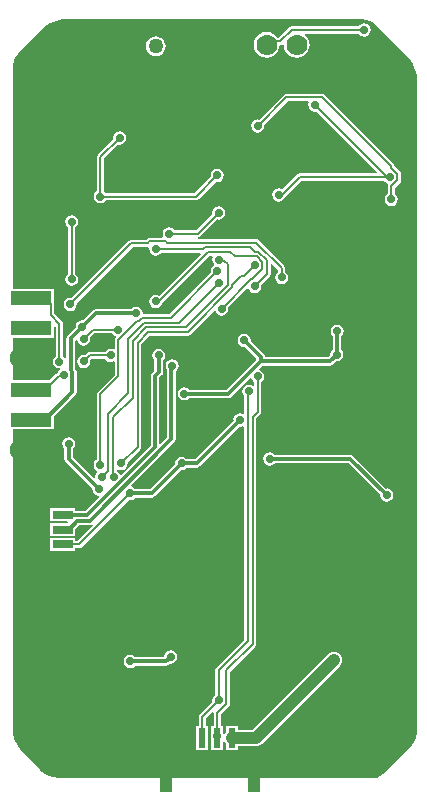
<source format=gbl>
G04*
G04 #@! TF.GenerationSoftware,Altium Limited,Altium Designer,19.1.8 (144)*
G04*
G04 Layer_Physical_Order=2*
G04 Layer_Color=16711680*
%FSLAX44Y44*%
%MOMM*%
G71*
G01*
G75*
%ADD12C,0.2000*%
%ADD96C,1.2700*%
%ADD100C,1.0000*%
%ADD106C,0.4000*%
%ADD107C,0.3000*%
%ADD110C,1.7780*%
%ADD111C,0.4000*%
%ADD112C,0.7000*%
G04:AMPARAMS|DCode=113|XSize=1.2mm|YSize=3.5mm|CornerRadius=0.3mm|HoleSize=0mm|Usage=FLASHONLY|Rotation=90.000|XOffset=0mm|YOffset=0mm|HoleType=Round|Shape=RoundedRectangle|*
%AMROUNDEDRECTD113*
21,1,1.2000,2.9000,0,0,90.0*
21,1,0.6000,3.5000,0,0,90.0*
1,1,0.6000,1.4500,0.3000*
1,1,0.6000,1.4500,-0.3000*
1,1,0.6000,-1.4500,-0.3000*
1,1,0.6000,-1.4500,0.3000*
%
%ADD113ROUNDEDRECTD113*%
%ADD114R,3.5000X1.2000*%
%ADD115R,1.0000X2.7000*%
%ADD116R,0.6000X1.7000*%
%ADD117R,1.7000X0.7000*%
G36*
X1719464Y1130737D02*
X1723409Y1129102D01*
X1726960Y1126730D01*
X1728470Y1125220D01*
X1754050Y1099640D01*
X1754050Y1099640D01*
X1755819Y1097870D01*
X1758599Y1093710D01*
X1760514Y1089088D01*
X1761490Y1084181D01*
Y1081679D01*
Y529680D01*
Y527545D01*
X1760657Y523356D01*
X1759023Y519411D01*
X1756650Y515860D01*
X1755140Y514350D01*
X1734230Y493440D01*
X1733162Y492372D01*
X1730652Y490695D01*
X1727862Y489539D01*
X1724900Y488950D01*
X1458359D01*
X1453452Y489926D01*
X1448830Y491841D01*
X1444669Y494621D01*
X1442901Y496390D01*
X1427299Y511991D01*
X1425531Y513759D01*
X1422751Y517920D01*
X1420836Y522542D01*
X1419860Y527449D01*
Y529951D01*
Y784480D01*
X1454600D01*
Y795433D01*
X1472563Y813397D01*
X1473337Y814554D01*
X1473609Y815920D01*
Y833480D01*
X1473337Y834845D01*
X1472563Y836003D01*
X1472119Y836448D01*
Y859614D01*
X1472928Y860273D01*
X1474182Y859853D01*
X1474369Y858914D01*
X1475585Y857095D01*
X1477404Y855879D01*
X1479550Y855452D01*
X1481696Y855879D01*
X1483515Y857095D01*
X1484731Y858914D01*
X1485158Y861060D01*
X1484945Y862129D01*
X1488725Y865910D01*
X1503901D01*
X1504506Y865003D01*
X1506326Y863788D01*
X1506532Y863746D01*
X1506901Y862531D01*
X1506747Y862377D01*
X1506084Y861385D01*
X1505851Y860214D01*
X1505851Y860214D01*
Y852753D01*
X1504731Y852154D01*
X1504556Y852271D01*
X1502410Y852698D01*
X1500264Y852271D01*
X1498445Y851055D01*
X1497839Y850149D01*
X1484630D01*
X1484630Y850149D01*
X1483459Y849916D01*
X1482467Y849253D01*
X1482467Y849253D01*
X1480619Y847405D01*
X1479550Y847618D01*
X1477404Y847191D01*
X1475585Y845975D01*
X1474369Y844156D01*
X1473942Y842010D01*
X1474369Y839864D01*
X1475585Y838045D01*
X1477404Y836829D01*
X1479550Y836402D01*
X1481696Y836829D01*
X1483515Y838045D01*
X1484731Y839864D01*
X1485158Y842010D01*
X1484945Y843079D01*
X1485897Y844031D01*
X1497839D01*
X1498445Y843125D01*
X1500264Y841909D01*
X1502410Y841482D01*
X1504556Y841909D01*
X1504731Y842026D01*
X1505851Y841428D01*
Y830727D01*
X1491357Y816233D01*
X1490694Y815240D01*
X1490461Y814070D01*
X1490461Y814070D01*
Y758951D01*
X1489555Y758345D01*
X1488339Y756526D01*
X1487912Y754380D01*
X1488339Y752234D01*
X1489555Y750415D01*
X1490715Y749639D01*
X1490824Y748189D01*
X1490811Y748164D01*
X1489609Y746366D01*
X1489182Y744220D01*
X1489244Y743909D01*
X1488074Y743283D01*
X1470419Y760938D01*
Y767930D01*
X1470815Y768195D01*
X1472031Y770014D01*
X1472458Y772160D01*
X1472031Y774306D01*
X1470815Y776125D01*
X1468996Y777341D01*
X1466850Y777768D01*
X1464704Y777341D01*
X1462885Y776125D01*
X1461669Y774306D01*
X1461242Y772160D01*
X1461669Y770014D01*
X1462885Y768195D01*
X1463281Y767930D01*
Y759460D01*
X1463553Y758094D01*
X1464327Y756937D01*
X1486735Y734528D01*
X1486642Y734060D01*
X1487069Y731914D01*
X1488285Y730095D01*
X1490104Y728879D01*
X1492250Y728452D01*
X1492862Y727279D01*
X1481221Y715639D01*
X1472270D01*
Y717570D01*
X1451270D01*
Y706570D01*
X1465786D01*
X1466464Y705300D01*
X1466311Y705070D01*
X1451270D01*
Y694070D01*
X1472270D01*
Y700023D01*
X1475748Y703501D01*
X1484771D01*
X1486136Y703773D01*
X1486694Y704146D01*
X1487504Y703159D01*
X1474473Y690129D01*
X1472270D01*
Y692570D01*
X1451270D01*
Y681570D01*
X1472270D01*
Y684011D01*
X1475740D01*
X1475740Y684011D01*
X1476911Y684244D01*
X1477903Y684907D01*
X1517851Y724855D01*
X1518920Y724642D01*
X1521066Y725069D01*
X1522885Y726285D01*
X1523150Y726681D01*
X1537090D01*
X1538456Y726953D01*
X1539613Y727727D01*
X1562022Y750135D01*
X1562490Y750042D01*
X1564636Y750469D01*
X1566455Y751685D01*
X1566720Y752081D01*
X1575190D01*
X1576556Y752353D01*
X1577713Y753127D01*
X1611552Y786965D01*
X1612020Y786872D01*
X1614166Y787299D01*
X1614341Y787416D01*
X1615461Y786817D01*
Y606517D01*
X1591687Y582743D01*
X1591024Y581750D01*
X1590791Y580580D01*
X1590791Y580580D01*
Y559561D01*
X1589885Y558955D01*
X1588669Y557136D01*
X1588242Y554990D01*
X1588455Y553921D01*
X1577917Y543383D01*
X1577254Y542391D01*
X1577021Y541220D01*
X1577021Y541220D01*
Y533740D01*
X1575080D01*
Y512740D01*
X1585080D01*
Y533740D01*
X1583139D01*
Y539953D01*
X1588354Y545168D01*
X1589524Y544542D01*
X1589521Y544528D01*
X1589521Y544528D01*
Y533740D01*
X1587580D01*
Y526927D01*
X1587399Y526656D01*
X1586972Y524510D01*
X1587399Y522364D01*
X1587580Y522093D01*
Y512740D01*
X1597580D01*
Y519736D01*
X1598850Y519989D01*
X1598965Y519710D01*
X1600080Y518257D01*
Y512740D01*
X1610080D01*
Y516180D01*
X1625600D01*
X1627427Y516420D01*
X1629130Y517126D01*
X1630592Y518248D01*
X1696355Y584010D01*
X1697477Y585472D01*
X1698183Y587175D01*
X1698423Y589003D01*
X1698183Y590830D01*
X1697477Y592533D01*
X1696355Y593995D01*
X1694893Y595117D01*
X1693190Y595822D01*
X1691363Y596063D01*
X1689535Y595822D01*
X1687832Y595117D01*
X1686370Y593995D01*
X1622675Y530300D01*
X1610080D01*
Y533740D01*
X1600080D01*
Y528223D01*
X1599019Y526840D01*
X1598801Y526808D01*
X1597580Y527579D01*
Y533740D01*
X1595639D01*
Y543261D01*
X1602513Y550135D01*
X1602513Y550135D01*
X1603176Y551127D01*
X1603409Y552298D01*
Y579273D01*
X1624683Y600547D01*
X1624683Y600547D01*
X1625346Y601539D01*
X1625579Y602710D01*
X1625579Y602710D01*
Y793905D01*
X1629033Y797359D01*
X1629033Y797359D01*
X1629696Y798352D01*
X1629929Y799522D01*
Y824739D01*
X1630835Y825345D01*
X1632051Y827164D01*
X1632478Y829310D01*
X1632051Y831456D01*
X1630835Y833275D01*
X1629016Y834491D01*
X1628604Y834573D01*
X1628235Y835788D01*
X1630888Y838441D01*
X1688084D01*
X1689450Y838713D01*
X1690607Y839487D01*
X1693458Y842337D01*
X1693926Y842244D01*
X1696072Y842671D01*
X1697891Y843887D01*
X1699107Y845706D01*
X1699534Y847852D01*
X1699107Y849998D01*
X1697891Y851817D01*
X1697749Y851913D01*
Y863180D01*
X1698145Y863445D01*
X1699361Y865264D01*
X1699788Y867410D01*
X1699361Y869556D01*
X1698145Y871375D01*
X1696326Y872591D01*
X1694180Y873018D01*
X1692034Y872591D01*
X1690215Y871375D01*
X1688999Y869556D01*
X1688572Y867410D01*
X1688999Y865264D01*
X1690215Y863445D01*
X1690611Y863180D01*
Y852252D01*
X1689961Y851817D01*
X1688745Y849998D01*
X1688318Y847852D01*
X1688411Y847384D01*
X1686606Y845579D01*
X1632979D01*
Y845820D01*
X1632707Y847186D01*
X1631933Y848343D01*
X1620955Y859322D01*
X1621048Y859790D01*
X1620621Y861936D01*
X1619405Y863755D01*
X1617586Y864971D01*
X1615440Y865398D01*
X1613294Y864971D01*
X1611475Y863755D01*
X1610259Y861936D01*
X1609832Y859790D01*
X1610259Y857644D01*
X1611475Y855825D01*
X1613294Y854609D01*
X1615440Y854182D01*
X1615908Y854275D01*
X1625841Y844342D01*
Y843488D01*
X1600602Y818249D01*
X1569090D01*
X1568825Y818645D01*
X1567006Y819861D01*
X1564860Y820288D01*
X1562714Y819861D01*
X1560895Y818645D01*
X1559679Y816826D01*
X1559252Y814680D01*
X1559679Y812534D01*
X1560895Y810715D01*
X1562714Y809499D01*
X1564860Y809072D01*
X1567006Y809499D01*
X1568825Y810715D01*
X1569090Y811111D01*
X1602080D01*
X1603446Y811383D01*
X1604603Y812157D01*
X1620392Y827945D01*
X1621607Y827576D01*
X1621689Y827164D01*
X1622905Y825345D01*
X1623811Y824739D01*
Y821704D01*
X1622541Y821026D01*
X1621396Y821791D01*
X1619250Y822218D01*
X1617104Y821791D01*
X1615285Y820575D01*
X1614069Y818756D01*
X1613642Y816610D01*
X1614069Y814464D01*
X1615285Y812645D01*
X1615461Y812527D01*
Y798142D01*
X1614341Y797544D01*
X1614166Y797661D01*
X1612020Y798088D01*
X1609874Y797661D01*
X1608055Y796445D01*
X1606839Y794626D01*
X1606412Y792480D01*
X1606505Y792012D01*
X1573712Y759219D01*
X1566720D01*
X1566455Y759615D01*
X1564636Y760831D01*
X1562490Y761258D01*
X1560344Y760831D01*
X1558525Y759615D01*
X1557309Y757796D01*
X1556882Y755650D01*
X1556975Y755182D01*
X1535612Y733819D01*
X1523150D01*
X1522885Y734215D01*
X1521066Y735431D01*
X1520155Y735612D01*
X1519737Y736990D01*
X1556383Y773636D01*
X1557157Y774794D01*
X1557429Y776160D01*
Y833555D01*
X1558445Y834235D01*
X1559661Y836054D01*
X1560088Y838200D01*
X1559661Y840346D01*
X1558445Y842165D01*
X1556626Y843381D01*
X1554480Y843808D01*
X1552334Y843381D01*
X1550515Y842165D01*
X1549299Y840346D01*
X1548872Y838200D01*
X1549299Y836054D01*
X1550291Y834569D01*
Y777638D01*
X1544602Y771948D01*
X1543429Y772434D01*
Y828191D01*
X1545573Y830336D01*
X1546347Y831494D01*
X1546619Y832859D01*
Y842860D01*
X1547015Y843125D01*
X1548231Y844944D01*
X1548658Y847090D01*
X1548231Y849236D01*
X1547015Y851055D01*
X1545196Y852271D01*
X1543050Y852698D01*
X1540904Y852271D01*
X1539085Y851055D01*
X1537869Y849236D01*
X1537442Y847090D01*
X1537869Y844944D01*
X1539085Y843125D01*
X1539481Y842860D01*
Y834338D01*
X1537337Y832193D01*
X1536563Y831035D01*
X1536291Y829669D01*
Y770709D01*
X1511385Y745802D01*
X1510170Y746171D01*
X1510131Y746366D01*
X1508915Y748185D01*
X1507967Y748819D01*
X1507993Y749950D01*
X1509075Y750522D01*
X1509154Y750469D01*
X1511300Y750042D01*
X1513446Y750469D01*
X1515265Y751685D01*
X1516481Y753504D01*
X1516908Y755650D01*
X1516695Y756719D01*
X1527433Y767457D01*
X1527433Y767457D01*
X1528096Y768449D01*
X1528329Y769620D01*
Y856490D01*
X1535620Y863781D01*
X1567578D01*
X1567578Y863781D01*
X1568748Y864014D01*
X1569740Y864677D01*
X1589953Y884889D01*
X1591168Y884521D01*
X1591209Y884314D01*
X1592425Y882495D01*
X1594244Y881279D01*
X1596390Y880852D01*
X1598536Y881279D01*
X1600355Y882495D01*
X1601571Y884314D01*
X1601998Y886460D01*
X1601735Y887782D01*
X1617893Y903939D01*
X1619108Y903571D01*
X1619149Y903364D01*
X1620365Y901545D01*
X1622184Y900329D01*
X1624330Y899902D01*
X1626476Y900329D01*
X1628295Y901545D01*
X1629511Y903364D01*
X1629938Y905510D01*
X1629725Y906579D01*
X1636993Y913847D01*
X1637656Y914839D01*
X1637889Y916010D01*
Y924252D01*
X1639062Y924738D01*
X1644131Y919669D01*
Y917701D01*
X1643225Y917095D01*
X1642009Y915276D01*
X1641582Y913130D01*
X1642009Y910984D01*
X1643225Y909165D01*
X1645044Y907949D01*
X1647190Y907522D01*
X1649336Y907949D01*
X1651155Y909165D01*
X1652371Y910984D01*
X1652798Y913130D01*
X1652371Y915276D01*
X1651155Y917095D01*
X1650249Y917701D01*
Y920936D01*
X1650016Y922107D01*
X1649353Y923099D01*
X1627609Y944843D01*
X1626617Y945506D01*
X1625446Y945739D01*
X1625446Y945739D01*
X1576736D01*
X1576611Y947009D01*
X1577240Y947134D01*
X1578233Y947797D01*
X1592781Y962345D01*
X1593850Y962132D01*
X1595996Y962559D01*
X1597815Y963775D01*
X1599031Y965594D01*
X1599458Y967740D01*
X1599031Y969886D01*
X1597815Y971705D01*
X1595996Y972921D01*
X1593850Y973348D01*
X1591704Y972921D01*
X1589885Y971705D01*
X1588669Y969886D01*
X1588242Y967740D01*
X1588455Y966671D01*
X1574803Y953019D01*
X1556511D01*
X1555905Y953925D01*
X1554086Y955141D01*
X1551940Y955568D01*
X1549794Y955141D01*
X1547975Y953925D01*
X1546759Y952106D01*
X1546332Y949960D01*
X1546705Y948089D01*
X1546013Y946819D01*
X1535279D01*
X1534108Y946586D01*
X1533116Y945923D01*
X1533116Y945923D01*
X1532442Y945249D01*
X1520040D01*
X1518869Y945016D01*
X1517877Y944353D01*
X1517877Y944353D01*
X1469189Y895665D01*
X1468120Y895878D01*
X1465974Y895451D01*
X1464155Y894235D01*
X1462939Y892416D01*
X1462512Y890270D01*
X1462939Y888124D01*
X1464155Y886305D01*
X1465974Y885089D01*
X1468120Y884662D01*
X1470266Y885089D01*
X1472085Y886305D01*
X1473301Y888124D01*
X1473728Y890270D01*
X1473515Y891339D01*
X1521307Y939131D01*
X1533709D01*
X1533709Y939131D01*
X1533991Y939187D01*
X1535071Y938107D01*
X1534902Y937260D01*
X1535329Y935114D01*
X1536545Y933295D01*
X1538364Y932079D01*
X1540510Y931652D01*
X1542656Y932079D01*
X1544475Y933295D01*
X1545081Y934201D01*
X1578456D01*
X1578942Y933028D01*
X1543405Y897491D01*
X1542656Y897991D01*
X1540510Y898418D01*
X1538364Y897991D01*
X1536545Y896775D01*
X1535329Y894956D01*
X1534902Y892810D01*
X1535329Y890664D01*
X1536545Y888845D01*
X1538364Y887629D01*
X1540510Y887202D01*
X1542656Y887629D01*
X1544475Y888845D01*
X1545691Y890664D01*
X1545805Y891240D01*
X1586187Y931621D01*
X1588188D01*
X1588786Y930501D01*
X1588669Y930326D01*
X1588242Y928180D01*
X1588669Y926034D01*
X1589783Y924367D01*
X1589885Y924215D01*
X1589633Y922856D01*
X1588615Y922175D01*
X1587399Y920356D01*
X1586972Y918210D01*
X1587185Y917141D01*
X1551943Y881899D01*
X1530224D01*
X1529608Y882650D01*
X1529181Y884796D01*
X1527965Y886615D01*
X1526146Y887831D01*
X1524000Y888258D01*
X1521854Y887831D01*
X1520035Y886615D01*
X1519770Y886219D01*
X1489710D01*
X1488344Y885947D01*
X1487187Y885173D01*
X1478748Y876735D01*
X1478280Y876828D01*
X1476134Y876401D01*
X1474315Y875185D01*
X1473099Y873366D01*
X1472672Y871220D01*
X1472765Y870752D01*
X1466027Y864013D01*
X1465253Y862856D01*
X1464981Y861490D01*
Y845161D01*
X1463711Y844775D01*
X1462975Y845877D01*
X1462069Y846483D01*
Y873783D01*
X1461836Y874953D01*
X1461173Y875946D01*
X1461173Y875946D01*
X1454659Y882460D01*
Y890350D01*
X1454600Y890646D01*
Y903350D01*
X1419860D01*
Y1091366D01*
Y1093074D01*
X1420526Y1096425D01*
X1421834Y1099581D01*
X1423732Y1102422D01*
X1424940Y1103630D01*
X1445441Y1124130D01*
X1445441Y1124130D01*
Y1124130D01*
X1447209Y1125900D01*
X1451370Y1128679D01*
X1455992Y1130594D01*
X1460899Y1131570D01*
X1715275D01*
X1719464Y1130737D01*
D02*
G37*
G36*
X1455951Y871393D02*
Y846483D01*
X1455045Y845877D01*
X1453829Y844058D01*
X1453402Y841912D01*
X1453829Y839766D01*
X1455045Y837947D01*
X1456864Y836731D01*
X1459010Y836304D01*
X1459595Y836421D01*
X1460091Y835224D01*
X1459075Y834545D01*
X1457859Y832726D01*
X1457830Y832580D01*
X1457173Y832449D01*
X1456180Y831786D01*
X1456180Y831786D01*
X1450274Y825880D01*
X1419860D01*
Y861950D01*
X1454600D01*
Y870768D01*
X1455870Y871447D01*
X1455951Y871393D01*
D02*
G37*
%LPC*%
G36*
X1717040Y1128288D02*
X1714894Y1127861D01*
X1713075Y1126645D01*
X1712469Y1125739D01*
X1655775D01*
X1654604Y1125506D01*
X1653612Y1124843D01*
X1653612Y1124843D01*
X1644827Y1116058D01*
X1643553D01*
X1642257Y1117747D01*
X1639982Y1119492D01*
X1637333Y1120590D01*
X1634490Y1120964D01*
X1631647Y1120590D01*
X1628998Y1119492D01*
X1626723Y1117747D01*
X1624978Y1115472D01*
X1623880Y1112823D01*
X1623506Y1109980D01*
X1623880Y1107137D01*
X1624978Y1104488D01*
X1626723Y1102213D01*
X1628998Y1100468D01*
X1631647Y1099370D01*
X1634490Y1098996D01*
X1637333Y1099370D01*
X1639982Y1100468D01*
X1642257Y1102213D01*
X1644002Y1104488D01*
X1645100Y1107137D01*
X1645349Y1109028D01*
X1646094Y1109941D01*
X1647265Y1110173D01*
X1647688Y1110456D01*
X1648336Y1110203D01*
X1648935Y1109762D01*
X1649280Y1107137D01*
X1650378Y1104488D01*
X1652123Y1102213D01*
X1654398Y1100468D01*
X1657047Y1099370D01*
X1659890Y1098996D01*
X1662733Y1099370D01*
X1665382Y1100468D01*
X1667657Y1102213D01*
X1669402Y1104488D01*
X1670500Y1107137D01*
X1670874Y1109980D01*
X1670500Y1112823D01*
X1669402Y1115472D01*
X1667657Y1117747D01*
X1666869Y1118351D01*
X1667300Y1119621D01*
X1712469D01*
X1713075Y1118715D01*
X1714894Y1117499D01*
X1717040Y1117072D01*
X1719186Y1117499D01*
X1721005Y1118715D01*
X1722221Y1120534D01*
X1722648Y1122680D01*
X1722221Y1124826D01*
X1721005Y1126645D01*
X1719186Y1127861D01*
X1717040Y1128288D01*
D02*
G37*
G36*
X1540510Y1117132D02*
X1538330Y1116845D01*
X1536299Y1116004D01*
X1534555Y1114665D01*
X1533216Y1112921D01*
X1532375Y1110890D01*
X1532088Y1108710D01*
X1532375Y1106530D01*
X1533216Y1104499D01*
X1534555Y1102755D01*
X1536299Y1101416D01*
X1538330Y1100575D01*
X1540510Y1100288D01*
X1542690Y1100575D01*
X1544721Y1101416D01*
X1546465Y1102755D01*
X1547804Y1104499D01*
X1548645Y1106530D01*
X1548932Y1108710D01*
X1548645Y1110890D01*
X1547804Y1112921D01*
X1546465Y1114665D01*
X1544721Y1116004D01*
X1542690Y1116845D01*
X1540510Y1117132D01*
D02*
G37*
G36*
X1510030Y1036848D02*
X1507884Y1036421D01*
X1506065Y1035205D01*
X1504849Y1033386D01*
X1504422Y1031240D01*
X1504635Y1030171D01*
X1491357Y1016893D01*
X1490694Y1015900D01*
X1490461Y1014730D01*
X1490461Y1014730D01*
Y986141D01*
X1489555Y985535D01*
X1488339Y983716D01*
X1487912Y981570D01*
X1488339Y979424D01*
X1489555Y977605D01*
X1491374Y976389D01*
X1493520Y975962D01*
X1495666Y976389D01*
X1497485Y977605D01*
X1498091Y978511D01*
X1574660D01*
X1574660Y978511D01*
X1575831Y978744D01*
X1576823Y979407D01*
X1591511Y994095D01*
X1592580Y993882D01*
X1594726Y994309D01*
X1596545Y995525D01*
X1597761Y997344D01*
X1598188Y999490D01*
X1597761Y1001636D01*
X1596545Y1003455D01*
X1594726Y1004671D01*
X1592580Y1005098D01*
X1590434Y1004671D01*
X1588615Y1003455D01*
X1587399Y1001636D01*
X1586972Y999490D01*
X1587185Y998421D01*
X1573393Y984629D01*
X1498091D01*
X1497485Y985535D01*
X1496579Y986141D01*
Y1013463D01*
X1508961Y1025845D01*
X1510030Y1025632D01*
X1512176Y1026059D01*
X1513995Y1027275D01*
X1515211Y1029094D01*
X1515638Y1031240D01*
X1515211Y1033386D01*
X1513995Y1035205D01*
X1512176Y1036421D01*
X1510030Y1036848D01*
D02*
G37*
G36*
X1681330Y1068739D02*
X1681330Y1068739D01*
X1651150D01*
X1649980Y1068506D01*
X1648987Y1067843D01*
X1648987Y1067843D01*
X1627939Y1046795D01*
X1626870Y1047008D01*
X1624724Y1046581D01*
X1622905Y1045365D01*
X1621689Y1043546D01*
X1621262Y1041400D01*
X1621689Y1039254D01*
X1622905Y1037435D01*
X1624724Y1036219D01*
X1626870Y1035792D01*
X1629016Y1036219D01*
X1630835Y1037435D01*
X1632051Y1039254D01*
X1632478Y1041400D01*
X1632265Y1042469D01*
X1652417Y1062621D01*
X1669467D01*
X1670066Y1061501D01*
X1669949Y1061326D01*
X1669522Y1059180D01*
X1669949Y1057034D01*
X1671165Y1055215D01*
X1672984Y1053999D01*
X1675130Y1053572D01*
X1676199Y1053785D01*
X1727532Y1002452D01*
X1727046Y1001279D01*
X1662430D01*
X1661259Y1001046D01*
X1660267Y1000383D01*
X1647545Y987661D01*
X1646796Y988161D01*
X1644650Y988588D01*
X1642504Y988161D01*
X1640685Y986945D01*
X1639469Y985126D01*
X1639042Y982980D01*
X1639469Y980834D01*
X1640685Y979015D01*
X1642504Y977799D01*
X1644650Y977372D01*
X1646796Y977799D01*
X1648615Y979015D01*
X1649831Y980834D01*
X1649945Y981410D01*
X1663697Y995161D01*
X1734059D01*
X1734665Y994255D01*
X1736484Y993039D01*
X1736583Y993019D01*
X1737168Y991608D01*
X1737074Y991468D01*
X1736841Y990298D01*
X1736841Y990297D01*
Y983741D01*
X1735935Y983135D01*
X1734719Y981316D01*
X1734292Y979170D01*
X1734719Y977024D01*
X1735935Y975205D01*
X1737754Y973989D01*
X1739900Y973562D01*
X1742046Y973989D01*
X1743865Y975205D01*
X1745081Y977024D01*
X1745508Y979170D01*
X1745081Y981316D01*
X1743865Y983135D01*
X1742959Y983741D01*
Y989031D01*
X1747293Y993365D01*
X1747956Y994357D01*
X1748189Y995528D01*
Y1000912D01*
X1747956Y1002083D01*
X1747293Y1003075D01*
X1742884Y1007484D01*
X1742726Y1008280D01*
X1742063Y1009273D01*
X1742063Y1009273D01*
X1683493Y1067843D01*
X1682500Y1068506D01*
X1681330Y1068739D01*
D02*
G37*
G36*
X1469390Y965728D02*
X1467244Y965301D01*
X1465425Y964085D01*
X1464209Y962266D01*
X1463782Y960120D01*
X1464209Y957974D01*
X1465425Y956155D01*
X1466331Y955549D01*
Y916175D01*
X1465425Y915569D01*
X1464209Y913750D01*
X1463782Y911604D01*
X1464209Y909458D01*
X1465425Y907639D01*
X1467244Y906423D01*
X1469390Y905996D01*
X1471536Y906423D01*
X1473355Y907639D01*
X1474571Y909458D01*
X1474998Y911604D01*
X1474571Y913750D01*
X1473355Y915569D01*
X1472449Y916175D01*
Y955549D01*
X1473355Y956155D01*
X1474571Y957974D01*
X1474998Y960120D01*
X1474571Y962266D01*
X1473355Y964085D01*
X1471536Y965301D01*
X1469390Y965728D01*
D02*
G37*
G36*
X1637030Y765068D02*
X1634884Y764641D01*
X1633065Y763425D01*
X1631849Y761606D01*
X1631422Y759460D01*
X1631849Y757314D01*
X1633065Y755495D01*
X1634884Y754279D01*
X1637030Y753852D01*
X1639176Y754279D01*
X1640995Y755495D01*
X1641260Y755891D01*
X1704012D01*
X1730575Y729328D01*
X1730482Y728860D01*
X1730909Y726714D01*
X1732125Y724895D01*
X1733944Y723679D01*
X1736090Y723252D01*
X1738236Y723679D01*
X1740055Y724895D01*
X1741271Y726714D01*
X1741698Y728860D01*
X1741271Y731006D01*
X1740055Y732825D01*
X1738236Y734041D01*
X1736090Y734468D01*
X1735622Y734375D01*
X1708013Y761983D01*
X1706856Y762757D01*
X1705490Y763029D01*
X1641260D01*
X1640995Y763425D01*
X1639176Y764641D01*
X1637030Y765068D01*
D02*
G37*
G36*
X1553210Y597428D02*
X1551064Y597001D01*
X1549245Y595785D01*
X1548029Y593966D01*
X1547602Y591820D01*
X1547404Y591579D01*
X1523150D01*
X1522885Y591975D01*
X1521066Y593191D01*
X1518920Y593618D01*
X1516774Y593191D01*
X1514955Y591975D01*
X1513739Y590156D01*
X1513312Y588010D01*
X1513739Y585864D01*
X1514955Y584045D01*
X1516774Y582829D01*
X1518920Y582402D01*
X1521066Y582829D01*
X1522885Y584045D01*
X1523150Y584441D01*
X1549400D01*
X1550766Y584713D01*
X1551923Y585487D01*
X1552742Y586305D01*
X1553210Y586212D01*
X1555356Y586639D01*
X1557175Y587855D01*
X1558391Y589674D01*
X1558818Y591820D01*
X1558391Y593966D01*
X1557175Y595785D01*
X1555356Y597001D01*
X1553210Y597428D01*
D02*
G37*
%LPD*%
D12*
X1473050Y844702D02*
X1489408Y861060D01*
X1478168Y829310D02*
Y830775D01*
X1489408Y861060D02*
X1491360D01*
X1473050Y839318D02*
Y844702D01*
Y839318D02*
X1474540Y837828D01*
Y834403D02*
Y837828D01*
Y834403D02*
X1478168Y830775D01*
X1446600Y817880D02*
X1458343Y829623D01*
X1462083D01*
X1463040Y830580D01*
X1451600Y881193D02*
X1459010Y873783D01*
Y841912D02*
Y873783D01*
X1479550Y842010D02*
X1484630Y847090D01*
X1502410D01*
X1435100Y817880D02*
X1446600D01*
X1508910Y860214D02*
X1524845Y876150D01*
X1493520Y814070D02*
X1508910Y829460D01*
Y860214D01*
X1493520Y754380D02*
Y814070D01*
X1517270Y861071D02*
X1531039Y874840D01*
X1517270Y814960D02*
Y861071D01*
X1500020Y797710D02*
X1517270Y814960D01*
X1521270Y859414D02*
X1532696Y870840D01*
X1521270Y811207D02*
Y859414D01*
X1504800Y794737D02*
X1521270Y811207D01*
X1500020Y749450D02*
Y797710D01*
X1524845Y876150D02*
X1526692D01*
X1504800Y744370D02*
Y794737D01*
X1479550Y861060D02*
X1487458Y868968D01*
X1451600Y881193D02*
Y890350D01*
X1446600Y895350D02*
X1451600Y890350D01*
X1435100Y895350D02*
X1446600D01*
X1504800Y744370D02*
X1504950Y744220D01*
X1525270Y857757D02*
X1534353Y866840D01*
X1525270Y769620D02*
Y857757D01*
X1511300Y755650D02*
X1525270Y769620D01*
X1568137Y715967D02*
X1590040Y737870D01*
X1573217Y715967D02*
X1573530Y716280D01*
X1568137Y715967D02*
X1573217D01*
X1567180Y715010D02*
X1568137Y715967D01*
X1590040Y737870D02*
Y756920D01*
X1579880Y853440D02*
X1596692D01*
X1672590Y929338D01*
Y975360D01*
X1629020Y748420D02*
X1654810Y722630D01*
X1677670D01*
X1629020Y748420D02*
Y792480D01*
X1622520Y602710D02*
Y795172D01*
X1626870Y799522D01*
Y829310D01*
X1618520Y605250D02*
Y815880D01*
X1619250Y816610D01*
X1593850Y580580D02*
X1618520Y605250D01*
X1600350Y580540D02*
X1622520Y602710D01*
X1677670Y722630D02*
X1708930D01*
X1717430Y731130D01*
X1572260Y599440D02*
X1602500Y629680D01*
Y635240D01*
X1563520Y830730D02*
Y837080D01*
X1563370Y830580D02*
X1563520Y830730D01*
Y837080D02*
X1579880Y853440D01*
X1487458Y868968D02*
X1508472D01*
X1534353Y866840D02*
X1567578D01*
X1532696Y870840D02*
X1565832D01*
X1529382Y878840D02*
X1553210D01*
X1526692Y876150D02*
X1529382Y878840D01*
X1531039Y874840D02*
X1560640D01*
X1475740Y687070D02*
X1518920Y730250D01*
X1461770Y687070D02*
X1475740D01*
X1459543Y780023D02*
Y787087D01*
X1459230Y787400D02*
X1459543Y787087D01*
X1573530Y716280D02*
X1587500Y702310D01*
Y665240D02*
Y702310D01*
X1494790Y744220D02*
X1500020Y749450D01*
X1527810Y892810D02*
X1536700Y883920D01*
X1548002D01*
X1581022Y916940D01*
X1630830Y920598D02*
Y925982D01*
X1624330Y905510D02*
X1634830Y916010D01*
X1596390Y886762D02*
X1621638Y912010D01*
X1596390Y886460D02*
Y886762D01*
X1622242Y912010D02*
X1630830Y920598D01*
X1621638Y912010D02*
X1622242D01*
X1634830Y916010D02*
Y927639D01*
X1550028Y942680D02*
X1625446D01*
X1627598Y934871D02*
X1634830Y927639D01*
X1624481Y934871D02*
X1627598D01*
X1620672Y938680D02*
X1624481Y934871D01*
X1625446Y942680D02*
X1647190Y920936D01*
Y913130D02*
Y920936D01*
X1607335Y930871D02*
X1625941D01*
X1630830Y925982D01*
X1543050Y892810D02*
X1584920Y934680D01*
X1603526D02*
X1607335Y930871D01*
X1584920Y934680D02*
X1603526D01*
X1615692Y914652D02*
X1624330Y923290D01*
X1581978Y938680D02*
X1620672D01*
X1580558Y937260D02*
X1581978Y938680D01*
X1540510Y937260D02*
X1580558D01*
X1598807Y927223D02*
X1601470Y924560D01*
X1594807Y927223D02*
X1598807D01*
X1593850Y928180D02*
X1594807Y927223D01*
X1605470Y906970D02*
X1613152Y914652D01*
X1615692D01*
X1548948Y943760D02*
X1550028Y942680D01*
X1535279Y943760D02*
X1548948D01*
X1533709Y942190D02*
X1535279Y943760D01*
X1520040Y942190D02*
X1533709D01*
X1469390Y911604D02*
Y960120D01*
X1540510Y892810D02*
X1543050D01*
X1468120Y890270D02*
X1520040Y942190D01*
X1567578Y866840D02*
X1605470Y904732D01*
Y906970D01*
X1551940Y949960D02*
X1576070D01*
X1593850Y967740D01*
X1643078Y975360D02*
X1672590D01*
X1632778Y985659D02*
X1643078Y975360D01*
X1632778Y985659D02*
Y996508D01*
X1654810Y1018540D01*
Y1033780D01*
X1493520Y1014730D02*
X1510030Y1031240D01*
X1475740Y1034237D02*
X1508760Y1067257D01*
X1647190Y982980D02*
X1662430Y998220D01*
X1644650Y982980D02*
X1647190D01*
X1736090Y998220D02*
X1738630D01*
X1662430D02*
X1736090D01*
X1626870Y1041400D02*
X1651150Y1065680D01*
X1681330D01*
X1739900Y1007110D01*
Y990298D02*
X1745130Y995528D01*
X1739900Y1006142D02*
X1745130Y1000912D01*
X1739900Y1006142D02*
Y1007110D01*
Y979170D02*
Y990298D01*
X1745130Y995528D02*
Y1000912D01*
X1675130Y1059180D02*
X1736090Y998220D01*
X1493520Y981570D02*
Y1014730D01*
X1507490Y969010D02*
X1527810Y948690D01*
X1476912Y969010D02*
X1507490D01*
X1475740Y970182D02*
X1476912Y969010D01*
X1475740Y970182D02*
Y1034237D01*
X1508760Y1067257D02*
Y1107440D01*
X1493520Y981570D02*
X1574660D01*
X1592580Y999490D01*
X1570990Y822960D02*
X1577870D01*
X1563370Y830580D02*
X1570990Y822960D01*
X1547550Y840462D02*
X1560528Y853440D01*
X1547550Y827460D02*
Y840462D01*
X1443752Y767080D02*
X1446600D01*
X1448600Y744240D02*
X1461770Y731070D01*
X1448600Y744240D02*
Y762232D01*
X1443752Y767080D02*
X1448600Y762232D01*
X1435100Y767080D02*
X1443752D01*
X1461770Y724570D02*
Y731070D01*
X1446600Y767080D02*
X1459543Y780023D01*
X1560528Y853440D02*
X1579880D01*
X1546860Y826770D02*
X1547550Y827460D01*
X1601470Y906478D02*
Y924560D01*
X1565832Y870840D02*
X1601470Y906478D01*
X1553210Y878840D02*
X1592580Y918210D01*
X1560640Y874840D02*
X1593850Y908050D01*
Y554990D02*
Y580580D01*
X1580080Y523240D02*
Y541220D01*
X1593850Y554990D01*
X1600350Y552298D02*
Y580540D01*
X1592580Y544528D02*
X1600350Y552298D01*
X1592580Y524510D02*
Y544528D01*
X1655775Y1122680D02*
X1717040D01*
X1646094Y1112999D02*
X1655775Y1122680D01*
X1637509Y1112999D02*
X1646094D01*
X1634490Y1109980D02*
X1637509Y1112999D01*
D96*
X1540510Y1108710D02*
D03*
X1508760Y1107440D02*
D03*
D100*
X1625600Y523240D02*
X1691363Y589003D01*
X1605080Y523240D02*
X1625600D01*
D106*
X1490860Y601710D02*
X1569990D01*
X1572260Y599440D01*
X1549080Y491240D02*
X1566580Y508740D01*
Y522240D01*
X1567580Y523240D01*
X1624330Y554990D02*
X1639490Y570150D01*
Y599360D01*
D107*
X1446600Y792480D02*
X1470040Y815920D01*
X1468550Y861490D02*
X1478280Y871220D01*
X1468550Y834969D02*
Y861490D01*
Y834969D02*
X1470040Y833480D01*
Y815920D02*
Y833480D01*
X1478280Y871220D02*
X1489710Y882650D01*
X1602080Y814680D02*
X1629410Y842010D01*
X1564860Y814680D02*
X1602080D01*
X1637030Y759460D02*
X1705490D01*
X1562490Y755650D02*
X1575190D01*
X1612020Y792480D01*
X1435100D02*
X1446600D01*
X1629410Y842010D02*
Y845820D01*
X1615440Y859790D02*
X1629410Y845820D01*
X1489710Y882650D02*
X1524000D01*
X1518920Y730250D02*
X1537090D01*
X1562490Y755650D01*
X1466850Y759460D02*
Y772160D01*
Y759460D02*
X1492250Y734060D01*
X1705490Y759460D02*
X1736090Y728860D01*
X1629410Y842010D02*
X1688084D01*
X1693926Y847852D01*
X1482699Y712070D02*
X1539860Y769230D01*
X1484771Y707070D02*
X1553860Y776160D01*
X1693926Y847852D02*
X1694180Y848106D01*
Y867410D01*
X1553860Y837580D02*
X1554480Y838200D01*
X1543050Y832859D02*
Y847090D01*
X1539860Y829669D02*
X1543050Y832859D01*
X1553860Y776160D02*
Y837580D01*
X1539860Y769230D02*
Y829669D01*
X1461770Y712070D02*
X1482699D01*
X1474270Y707070D02*
X1484771D01*
X1466770Y699570D02*
X1474270Y707070D01*
X1461770Y699570D02*
X1466770D01*
X1518920Y588010D02*
X1549400D01*
X1553210Y591820D01*
D110*
X1634490Y1109980D02*
D03*
X1659890D02*
D03*
D111*
X1587500Y635240D02*
D03*
X1602500D02*
D03*
Y665240D02*
D03*
X1587500D02*
D03*
Y650240D02*
D03*
X1602500D02*
D03*
D112*
X1750001Y1080001D02*
D03*
X1740001Y1060001D02*
D03*
X1750001Y1040001D02*
D03*
X1740001Y1020001D02*
D03*
Y820000D02*
D03*
X1750001Y800000D02*
D03*
X1740001Y780000D02*
D03*
X1750001Y760000D02*
D03*
X1740001Y740000D02*
D03*
Y700000D02*
D03*
Y660000D02*
D03*
Y620000D02*
D03*
Y580000D02*
D03*
X1750001Y560000D02*
D03*
X1740001Y540000D02*
D03*
X1750001Y520000D02*
D03*
X1730001Y1080001D02*
D03*
Y1040001D02*
D03*
X1720001Y900001D02*
D03*
Y820000D02*
D03*
X1730001Y800000D02*
D03*
X1720001Y780000D02*
D03*
Y700000D02*
D03*
X1730001Y560000D02*
D03*
X1720001Y540000D02*
D03*
X1730001Y520000D02*
D03*
X1720001Y500000D02*
D03*
X1700001Y1020001D02*
D03*
X1710001Y560000D02*
D03*
X1700001Y540000D02*
D03*
X1710001Y520000D02*
D03*
X1700001Y500000D02*
D03*
X1690001Y880001D02*
D03*
X1680001Y820000D02*
D03*
X1690001Y800000D02*
D03*
X1680001Y740000D02*
D03*
Y700000D02*
D03*
Y660000D02*
D03*
X1690001Y560000D02*
D03*
X1680001Y540000D02*
D03*
X1690001Y520000D02*
D03*
X1680001Y500000D02*
D03*
X1670001Y1080001D02*
D03*
Y960001D02*
D03*
Y880001D02*
D03*
X1660001Y860001D02*
D03*
Y700000D02*
D03*
X1670001Y680000D02*
D03*
Y640000D02*
D03*
X1660001Y540000D02*
D03*
X1670001Y520000D02*
D03*
X1640001Y940001D02*
D03*
Y900001D02*
D03*
X1650001Y880001D02*
D03*
X1640001Y700000D02*
D03*
X1650001Y640000D02*
D03*
Y600000D02*
D03*
X1620001Y1100001D02*
D03*
X1630001Y1080001D02*
D03*
X1620001Y1060001D02*
D03*
X1630001Y1000001D02*
D03*
Y960001D02*
D03*
Y880001D02*
D03*
X1620001Y580000D02*
D03*
X1610001Y1120001D02*
D03*
X1600001Y1100001D02*
D03*
X1610001Y1080001D02*
D03*
X1600001Y1060001D02*
D03*
X1610001Y1040001D02*
D03*
Y1000001D02*
D03*
Y960001D02*
D03*
X1600001Y860001D02*
D03*
Y740000D02*
D03*
Y700000D02*
D03*
Y500000D02*
D03*
X1590001Y1120001D02*
D03*
X1580001Y1100001D02*
D03*
X1590001Y800000D02*
D03*
Y720000D02*
D03*
X1580001Y580000D02*
D03*
Y500000D02*
D03*
X1570001Y1120001D02*
D03*
X1560001Y1100001D02*
D03*
X1570001Y1080001D02*
D03*
X1560001Y620000D02*
D03*
Y580000D02*
D03*
X1550001Y1120001D02*
D03*
Y1000001D02*
D03*
Y960001D02*
D03*
X1540001Y620000D02*
D03*
X1550001Y520000D02*
D03*
X1530001Y1120001D02*
D03*
Y1000001D02*
D03*
Y960001D02*
D03*
Y720000D02*
D03*
Y560000D02*
D03*
X1520001Y540000D02*
D03*
X1510001Y1120001D02*
D03*
Y1080001D02*
D03*
Y960001D02*
D03*
Y920001D02*
D03*
X1500001Y700000D02*
D03*
Y660000D02*
D03*
Y580000D02*
D03*
X1510001Y560000D02*
D03*
X1500001Y540000D02*
D03*
X1510001Y520000D02*
D03*
X1500001Y500000D02*
D03*
X1490001Y1120001D02*
D03*
X1480001Y1100001D02*
D03*
X1490001Y1080001D02*
D03*
X1480001Y1060001D02*
D03*
Y1020001D02*
D03*
Y980001D02*
D03*
Y580000D02*
D03*
X1490001Y560000D02*
D03*
X1480001Y540000D02*
D03*
X1490001Y520000D02*
D03*
X1480001Y500000D02*
D03*
X1470001Y1120001D02*
D03*
X1460001Y1100001D02*
D03*
X1470001Y1080001D02*
D03*
X1460001Y1060001D02*
D03*
X1470001Y1040001D02*
D03*
X1460001Y1020001D02*
D03*
Y980001D02*
D03*
X1470001Y880001D02*
D03*
X1460001Y740000D02*
D03*
Y660000D02*
D03*
Y620000D02*
D03*
Y580000D02*
D03*
X1470001Y560000D02*
D03*
X1460001Y540000D02*
D03*
X1470001Y520000D02*
D03*
X1460001Y500000D02*
D03*
X1440001Y1100001D02*
D03*
X1450001Y1040001D02*
D03*
X1440001Y1020001D02*
D03*
Y980001D02*
D03*
X1450001Y960001D02*
D03*
X1440001Y740000D02*
D03*
Y700000D02*
D03*
Y660000D02*
D03*
X1450001Y640000D02*
D03*
X1440001Y620000D02*
D03*
X1450001Y600000D02*
D03*
X1440001Y580000D02*
D03*
X1450001Y560000D02*
D03*
X1440001Y540000D02*
D03*
X1450001Y520000D02*
D03*
X1491360Y861060D02*
D03*
X1479550Y842010D02*
D03*
X1463040Y830580D02*
D03*
X1459010Y841912D02*
D03*
X1502410Y847090D02*
D03*
X1479550Y861060D02*
D03*
X1590040Y756920D02*
D03*
X1629020Y792480D02*
D03*
X1677670Y722630D02*
D03*
X1717430Y731130D02*
D03*
X1431680Y767080D02*
D03*
X1508472Y868968D02*
D03*
X1637030Y759460D02*
D03*
X1612020Y792480D02*
D03*
X1615440Y859790D02*
D03*
X1524000Y882650D02*
D03*
X1478280Y871220D02*
D03*
X1562490Y755650D02*
D03*
X1518920Y730250D02*
D03*
X1459230Y787400D02*
D03*
X1466850Y772160D02*
D03*
X1492250Y734060D02*
D03*
X1736090Y728860D02*
D03*
X1567180Y715010D02*
D03*
X1564860Y814680D02*
D03*
X1504950Y744220D02*
D03*
X1511300Y755650D02*
D03*
X1493520Y754380D02*
D03*
X1436370Y871220D02*
D03*
X1527810Y892810D02*
D03*
X1581022Y916940D02*
D03*
X1624330Y905510D02*
D03*
Y923290D02*
D03*
X1593850Y928180D02*
D03*
X1540510Y937260D02*
D03*
X1469390Y911604D02*
D03*
X1540510Y892810D02*
D03*
X1596390Y886460D02*
D03*
X1551940Y949960D02*
D03*
X1593850Y967740D02*
D03*
X1694180Y867410D02*
D03*
X1693926Y847852D02*
D03*
X1672590Y975360D02*
D03*
X1654810Y1033780D02*
D03*
X1510030Y1031240D02*
D03*
X1644650Y982980D02*
D03*
X1738630Y998220D02*
D03*
X1675130Y1059180D02*
D03*
X1739900Y979170D02*
D03*
X1626870Y1041400D02*
D03*
X1527810Y948690D02*
D03*
X1592580Y999490D02*
D03*
X1493520Y981570D02*
D03*
X1563370Y830580D02*
D03*
X1577870Y822960D02*
D03*
X1554480Y838200D02*
D03*
X1543050Y847090D02*
D03*
X1432950Y848630D02*
D03*
X1579880Y853440D02*
D03*
X1546860Y826770D02*
D03*
X1593850Y908050D02*
D03*
X1494790Y744220D02*
D03*
X1592580Y918210D02*
D03*
X1518920Y588010D02*
D03*
X1490860Y601710D02*
D03*
X1553210Y591820D02*
D03*
X1572260Y599440D02*
D03*
X1691363Y589003D02*
D03*
X1549080Y491240D02*
D03*
X1623580D02*
D03*
X1624330Y554990D02*
D03*
X1639490Y599360D02*
D03*
X1619250Y816610D02*
D03*
X1593850Y554990D02*
D03*
X1626870Y829310D02*
D03*
X1592580Y524510D02*
D03*
X1469390Y960120D02*
D03*
X1647190Y913130D02*
D03*
X1468120Y890270D02*
D03*
X1717040Y1122680D02*
D03*
D113*
X1435100Y844550D02*
D03*
Y767080D02*
D03*
D114*
Y895350D02*
D03*
Y869950D02*
D03*
Y817880D02*
D03*
Y792480D02*
D03*
D115*
X1549080Y491240D02*
D03*
X1623580D02*
D03*
D116*
X1567580Y523240D02*
D03*
X1580080D02*
D03*
X1605080D02*
D03*
X1592580D02*
D03*
D117*
X1461770Y687070D02*
D03*
Y699570D02*
D03*
Y712070D02*
D03*
Y724570D02*
D03*
M02*

</source>
